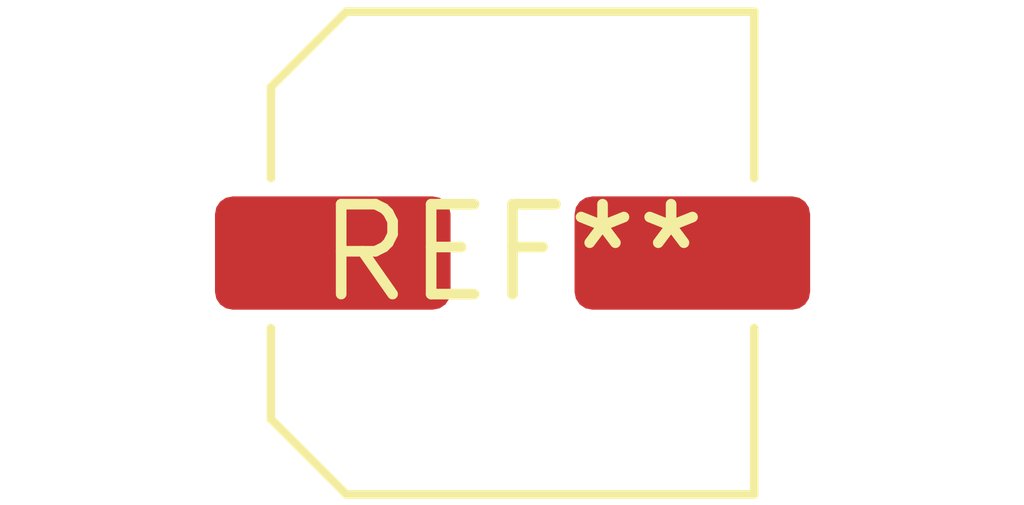
<source format=kicad_pcb>
(kicad_pcb (version 20240108) (generator pcbnew)
  (layers (0 "F.Cu" signal) (31 "B.Cu" signal) (34 "B.Paste" user) (35 "F.Paste" user) (36 "B.SilkS" user "B.Silkscreen") (37 "F.SilkS" user "F.Silkscreen") (38 "B.Mask" user) (39 "F.Mask" user) (44 "Edge.Cuts" user))
  (net 0 "")
  (footprint "C_Elec_6.3x7.7" (layer "F.Cu") (at 0 0)
    (property "Reference" "REF**")
    (property "Value" "C_Elec_6.3x7.7")
    (fp_line (start -3.41 -2.345563) (end -3.41 -1.06) (layer "F.SilkS") (stroke (width 0.12)))
    (fp_line (start -3.41 -2.345563) (end -2.345563 -3.41) (layer "F.SilkS") (stroke (width 0.12)))
    (fp_line (start -3.41 2.345563) (end -3.41 1.06) (layer "F.SilkS") (stroke (width 0.12)))
    (fp_line (start -3.41 2.345563) (end -2.345563 3.41) (layer "F.SilkS") (stroke (width 0.12)))
    (fp_line (start -2.345563 -3.41) (end 3.41 -3.41) (layer "F.SilkS") (stroke (width 0.12)))
    (fp_line (start -2.345563 3.41) (end 3.41 3.41) (layer "F.SilkS") (stroke (width 0.12)))
    (fp_line (start 3.41 -3.41) (end 3.41 -1.06) (layer "F.SilkS") (stroke (width 0.12)))
    (fp_line (start 3.41 3.41) (end 3.41 1.06) (layer "F.SilkS") (stroke (width 0.12)))
    (pad "1" smd roundrect (at -2.5375 0) (size 3.325 1.6) (layers "F.Cu" "F.Paste" "F.Mask") (roundrect_rratio 0.15625))
    (pad "2" smd roundrect (at 2.5375 0) (size 3.325 1.6) (layers "F.Cu" "F.Paste" "F.Mask") (roundrect_rratio 0.15625))
  )
)
</source>
